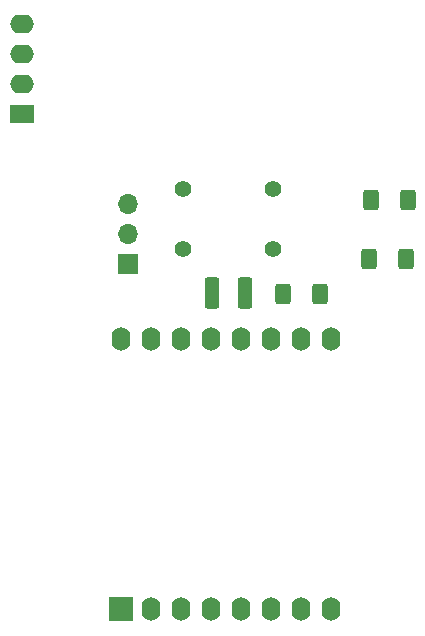
<source format=gbr>
%TF.GenerationSoftware,KiCad,Pcbnew,8.0.9-unknown-202502181922~c4009544a9~ubuntu24.04.1*%
%TF.CreationDate,2025-05-25T20:50:34-05:00*%
%TF.ProjectId,Pressure Reporter,50726573-7375-4726-9520-5265706f7274,rev?*%
%TF.SameCoordinates,Original*%
%TF.FileFunction,Soldermask,Top*%
%TF.FilePolarity,Negative*%
%FSLAX46Y46*%
G04 Gerber Fmt 4.6, Leading zero omitted, Abs format (unit mm)*
G04 Created by KiCad (PCBNEW 8.0.9-unknown-202502181922~c4009544a9~ubuntu24.04.1) date 2025-05-25 20:50:34*
%MOMM*%
%LPD*%
G01*
G04 APERTURE LIST*
G04 Aperture macros list*
%AMRoundRect*
0 Rectangle with rounded corners*
0 $1 Rounding radius*
0 $2 $3 $4 $5 $6 $7 $8 $9 X,Y pos of 4 corners*
0 Add a 4 corners polygon primitive as box body*
4,1,4,$2,$3,$4,$5,$6,$7,$8,$9,$2,$3,0*
0 Add four circle primitives for the rounded corners*
1,1,$1+$1,$2,$3*
1,1,$1+$1,$4,$5*
1,1,$1+$1,$6,$7*
1,1,$1+$1,$8,$9*
0 Add four rect primitives between the rounded corners*
20,1,$1+$1,$2,$3,$4,$5,0*
20,1,$1+$1,$4,$5,$6,$7,0*
20,1,$1+$1,$6,$7,$8,$9,0*
20,1,$1+$1,$8,$9,$2,$3,0*%
G04 Aperture macros list end*
%ADD10RoundRect,0.250000X0.400000X0.625000X-0.400000X0.625000X-0.400000X-0.625000X0.400000X-0.625000X0*%
%ADD11RoundRect,0.250000X-0.375000X-1.075000X0.375000X-1.075000X0.375000X1.075000X-0.375000X1.075000X0*%
%ADD12R,1.700000X1.700000*%
%ADD13O,1.700000X1.700000*%
%ADD14R,2.000000X2.000000*%
%ADD15O,1.600000X2.000000*%
%ADD16C,1.397000*%
%ADD17RoundRect,0.250000X-0.400000X-0.625000X0.400000X-0.625000X0.400000X0.625000X-0.400000X0.625000X0*%
%ADD18R,2.000000X1.600000*%
%ADD19O,2.000000X1.600000*%
G04 APERTURE END LIST*
D10*
%TO.C,R3*%
X174820000Y-85840000D03*
X171720000Y-85840000D03*
%TD*%
D11*
%TO.C,D1*%
X165730000Y-85800000D03*
X168530000Y-85800000D03*
%TD*%
D12*
%TO.C,U2*%
X158595000Y-83345000D03*
D13*
X158595000Y-80805000D03*
X158595000Y-78265000D03*
%TD*%
D14*
%TO.C,U1*%
X157980000Y-112550000D03*
D15*
X160520000Y-112550000D03*
X163060000Y-112550000D03*
X165600000Y-112550000D03*
X168140000Y-112550000D03*
X170680000Y-112550000D03*
X173220000Y-112550000D03*
X175760000Y-112550000D03*
X175760000Y-89690000D03*
X173220000Y-89690000D03*
X170680000Y-89690000D03*
X168140000Y-89690000D03*
X165600000Y-89690000D03*
X163060000Y-89690000D03*
X160520000Y-89690000D03*
X157980000Y-89690000D03*
%TD*%
D16*
%TO.C,SW1*%
X163250000Y-77030000D03*
X170870000Y-77030000D03*
X170870000Y-82110000D03*
X163250000Y-82110000D03*
%TD*%
D10*
%TO.C,R2*%
X182090000Y-82920000D03*
X178990000Y-82920000D03*
%TD*%
D17*
%TO.C,R1*%
X179170000Y-77900000D03*
X182270000Y-77900000D03*
%TD*%
D18*
%TO.C,DISP1*%
X149610000Y-70640000D03*
D19*
X149610000Y-68100000D03*
X149610000Y-65560000D03*
X149610000Y-63020000D03*
%TD*%
M02*

</source>
